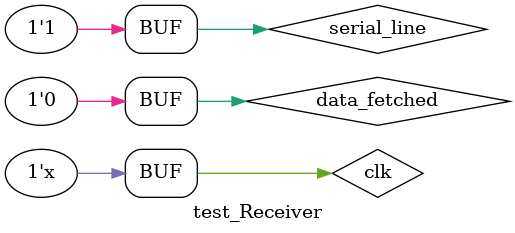
<source format=v>
`timescale 1ns / 1ps

module test_Receiver ();
    reg serial_line = 1;
    reg data_fetched = 0;
    wire data_available;
    wire data;

    reg clk = 0;
    always #5 clk = !clk;

    Receiver ut(
        serial_line,
        data_fetched,
        data_available,
        data,
        clk
    );

    initial
    begin

        serial_line <= 0;
        #50;
        serial_line <= 1;
        #200;
        serial_line <= 0;
        #200;
        
        serial_line <= 1;
        #10;
    end
endmodule
</source>
